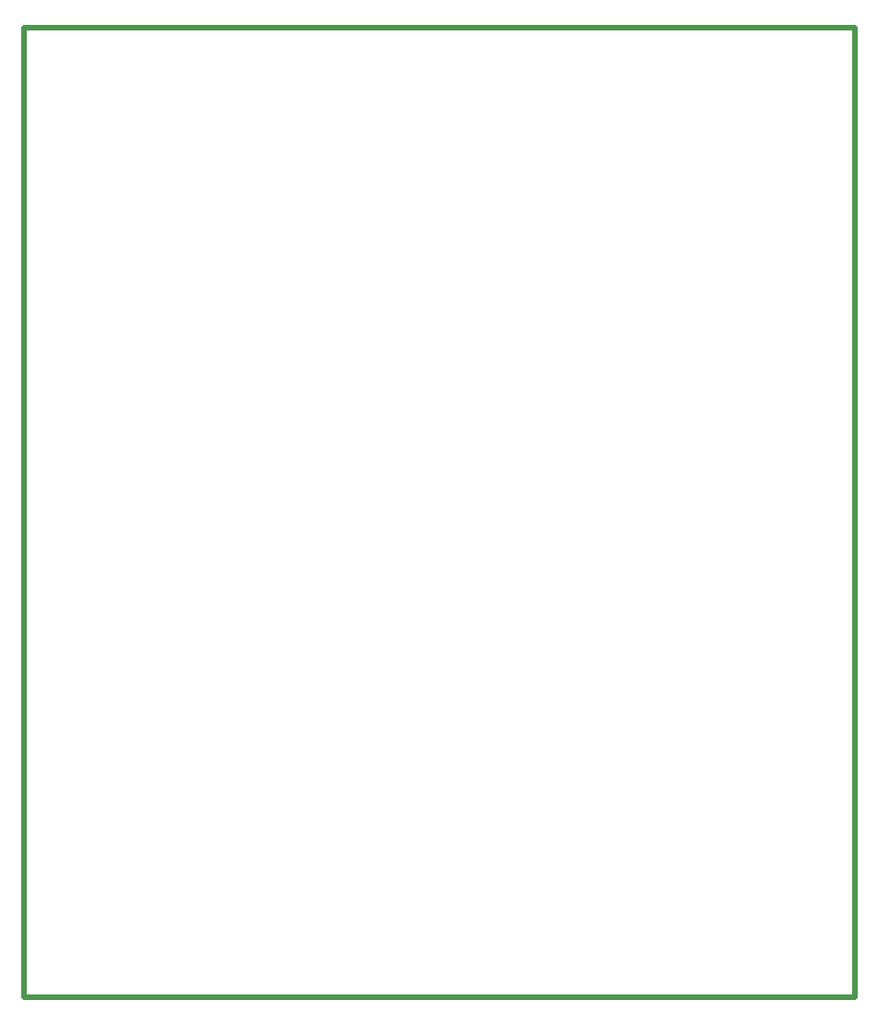
<source format=gko>
G04*
G04 #@! TF.GenerationSoftware,Altium Limited,Altium Designer,22.3.1 (43)*
G04*
G04 Layer_Color=16711935*
%FSLAX25Y25*%
%MOIN*%
G70*
G04*
G04 #@! TF.SameCoordinates,7998B177-6A3A-43FF-968B-635B49023C71*
G04*
G04*
G04 #@! TF.FilePolarity,Positive*
G04*
G01*
G75*
%ADD44C,0.02000*%
D44*
X0Y0D02*
Y350000D01*
X300000D01*
Y0D02*
Y350000D01*
X0Y0D02*
X300000D01*
M02*

</source>
